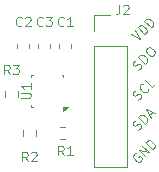
<source format=gbr>
%TF.GenerationSoftware,KiCad,Pcbnew,9.0.3*%
%TF.CreationDate,2026-01-09T14:10:27-05:00*%
%TF.ProjectId,BME280_Module,424d4532-3830-45f4-9d6f-64756c652e6b,rev?*%
%TF.SameCoordinates,Original*%
%TF.FileFunction,Legend,Top*%
%TF.FilePolarity,Positive*%
%FSLAX46Y46*%
G04 Gerber Fmt 4.6, Leading zero omitted, Abs format (unit mm)*
G04 Created by KiCad (PCBNEW 9.0.3) date 2026-01-09 14:10:27*
%MOMM*%
%LPD*%
G01*
G04 APERTURE LIST*
%ADD10C,0.100000*%
%ADD11C,0.120000*%
G04 APERTURE END LIST*
D10*
X137891803Y-87145013D02*
X138646050Y-87522137D01*
X138646050Y-87522137D02*
X138268926Y-86767890D01*
X139023173Y-87145014D02*
X138457488Y-86579328D01*
X138457488Y-86579328D02*
X138592175Y-86444641D01*
X138592175Y-86444641D02*
X138699924Y-86390766D01*
X138699924Y-86390766D02*
X138807674Y-86390766D01*
X138807674Y-86390766D02*
X138888486Y-86417704D01*
X138888486Y-86417704D02*
X139023173Y-86498516D01*
X139023173Y-86498516D02*
X139103986Y-86579328D01*
X139103986Y-86579328D02*
X139184798Y-86714015D01*
X139184798Y-86714015D02*
X139211735Y-86794827D01*
X139211735Y-86794827D02*
X139211735Y-86902577D01*
X139211735Y-86902577D02*
X139157860Y-87010327D01*
X139157860Y-87010327D02*
X139023173Y-87145014D01*
X139588859Y-86579328D02*
X139023173Y-86013643D01*
X139023173Y-86013643D02*
X139157860Y-85878956D01*
X139157860Y-85878956D02*
X139265610Y-85825081D01*
X139265610Y-85825081D02*
X139373360Y-85825081D01*
X139373360Y-85825081D02*
X139454172Y-85852018D01*
X139454172Y-85852018D02*
X139588859Y-85932830D01*
X139588859Y-85932830D02*
X139669671Y-86013643D01*
X139669671Y-86013643D02*
X139750483Y-86148330D01*
X139750483Y-86148330D02*
X139777421Y-86229142D01*
X139777421Y-86229142D02*
X139777421Y-86336892D01*
X139777421Y-86336892D02*
X139723546Y-86444641D01*
X139723546Y-86444641D02*
X139588859Y-86579328D01*
X138295864Y-97208827D02*
X138215051Y-97235765D01*
X138215051Y-97235765D02*
X138134239Y-97316577D01*
X138134239Y-97316577D02*
X138080364Y-97424326D01*
X138080364Y-97424326D02*
X138080364Y-97532076D01*
X138080364Y-97532076D02*
X138107302Y-97612888D01*
X138107302Y-97612888D02*
X138188114Y-97747575D01*
X138188114Y-97747575D02*
X138268926Y-97828387D01*
X138268926Y-97828387D02*
X138403613Y-97909200D01*
X138403613Y-97909200D02*
X138484425Y-97936137D01*
X138484425Y-97936137D02*
X138592175Y-97936137D01*
X138592175Y-97936137D02*
X138699925Y-97882262D01*
X138699925Y-97882262D02*
X138753799Y-97828387D01*
X138753799Y-97828387D02*
X138807674Y-97720638D01*
X138807674Y-97720638D02*
X138807674Y-97666763D01*
X138807674Y-97666763D02*
X138619112Y-97478201D01*
X138619112Y-97478201D02*
X138511363Y-97585951D01*
X139103986Y-97478201D02*
X138538300Y-96912516D01*
X138538300Y-96912516D02*
X139427235Y-97154952D01*
X139427235Y-97154952D02*
X138861549Y-96589267D01*
X139696608Y-96885578D02*
X139130923Y-96319893D01*
X139130923Y-96319893D02*
X139265610Y-96185206D01*
X139265610Y-96185206D02*
X139373360Y-96131331D01*
X139373360Y-96131331D02*
X139481109Y-96131331D01*
X139481109Y-96131331D02*
X139561921Y-96158269D01*
X139561921Y-96158269D02*
X139696608Y-96239081D01*
X139696608Y-96239081D02*
X139777421Y-96319893D01*
X139777421Y-96319893D02*
X139858233Y-96454580D01*
X139858233Y-96454580D02*
X139885170Y-96535392D01*
X139885170Y-96535392D02*
X139885170Y-96643142D01*
X139885170Y-96643142D02*
X139831295Y-96750891D01*
X139831295Y-96750891D02*
X139696608Y-96885578D01*
X138484425Y-90169887D02*
X138592175Y-90116012D01*
X138592175Y-90116012D02*
X138726862Y-89981325D01*
X138726862Y-89981325D02*
X138753799Y-89900513D01*
X138753799Y-89900513D02*
X138753799Y-89846638D01*
X138753799Y-89846638D02*
X138726862Y-89765826D01*
X138726862Y-89765826D02*
X138672987Y-89711951D01*
X138672987Y-89711951D02*
X138592175Y-89685013D01*
X138592175Y-89685013D02*
X138538300Y-89685013D01*
X138538300Y-89685013D02*
X138457488Y-89711951D01*
X138457488Y-89711951D02*
X138322801Y-89792763D01*
X138322801Y-89792763D02*
X138241989Y-89819700D01*
X138241989Y-89819700D02*
X138188114Y-89819700D01*
X138188114Y-89819700D02*
X138107302Y-89792763D01*
X138107302Y-89792763D02*
X138053427Y-89738888D01*
X138053427Y-89738888D02*
X138026490Y-89658076D01*
X138026490Y-89658076D02*
X138026490Y-89604201D01*
X138026490Y-89604201D02*
X138053427Y-89523389D01*
X138053427Y-89523389D02*
X138188114Y-89388702D01*
X138188114Y-89388702D02*
X138295864Y-89334827D01*
X139077048Y-89631138D02*
X138511363Y-89065453D01*
X138511363Y-89065453D02*
X138646050Y-88930766D01*
X138646050Y-88930766D02*
X138753800Y-88876891D01*
X138753800Y-88876891D02*
X138861549Y-88876891D01*
X138861549Y-88876891D02*
X138942361Y-88903829D01*
X138942361Y-88903829D02*
X139077048Y-88984641D01*
X139077048Y-88984641D02*
X139157861Y-89065453D01*
X139157861Y-89065453D02*
X139238673Y-89200140D01*
X139238673Y-89200140D02*
X139265610Y-89280952D01*
X139265610Y-89280952D02*
X139265610Y-89388702D01*
X139265610Y-89388702D02*
X139211735Y-89496451D01*
X139211735Y-89496451D02*
X139077048Y-89631138D01*
X139184798Y-88392018D02*
X139292548Y-88284268D01*
X139292548Y-88284268D02*
X139373360Y-88257331D01*
X139373360Y-88257331D02*
X139481109Y-88257331D01*
X139481109Y-88257331D02*
X139615796Y-88338143D01*
X139615796Y-88338143D02*
X139804358Y-88526705D01*
X139804358Y-88526705D02*
X139885171Y-88661392D01*
X139885171Y-88661392D02*
X139885171Y-88769142D01*
X139885171Y-88769142D02*
X139858233Y-88849954D01*
X139858233Y-88849954D02*
X139750483Y-88957703D01*
X139750483Y-88957703D02*
X139669671Y-88984641D01*
X139669671Y-88984641D02*
X139561922Y-88984641D01*
X139561922Y-88984641D02*
X139427235Y-88903829D01*
X139427235Y-88903829D02*
X139238673Y-88715267D01*
X139238673Y-88715267D02*
X139157861Y-88580580D01*
X139157861Y-88580580D02*
X139157861Y-88472830D01*
X139157861Y-88472830D02*
X139184798Y-88392018D01*
X138484425Y-95249887D02*
X138592175Y-95196012D01*
X138592175Y-95196012D02*
X138726862Y-95061325D01*
X138726862Y-95061325D02*
X138753799Y-94980513D01*
X138753799Y-94980513D02*
X138753799Y-94926638D01*
X138753799Y-94926638D02*
X138726862Y-94845826D01*
X138726862Y-94845826D02*
X138672987Y-94791951D01*
X138672987Y-94791951D02*
X138592175Y-94765013D01*
X138592175Y-94765013D02*
X138538300Y-94765013D01*
X138538300Y-94765013D02*
X138457488Y-94791951D01*
X138457488Y-94791951D02*
X138322801Y-94872763D01*
X138322801Y-94872763D02*
X138241989Y-94899700D01*
X138241989Y-94899700D02*
X138188114Y-94899700D01*
X138188114Y-94899700D02*
X138107302Y-94872763D01*
X138107302Y-94872763D02*
X138053427Y-94818888D01*
X138053427Y-94818888D02*
X138026490Y-94738076D01*
X138026490Y-94738076D02*
X138026490Y-94684201D01*
X138026490Y-94684201D02*
X138053427Y-94603389D01*
X138053427Y-94603389D02*
X138188114Y-94468702D01*
X138188114Y-94468702D02*
X138295864Y-94414827D01*
X139077048Y-94711138D02*
X138511363Y-94145453D01*
X138511363Y-94145453D02*
X138646050Y-94010766D01*
X138646050Y-94010766D02*
X138753800Y-93956891D01*
X138753800Y-93956891D02*
X138861549Y-93956891D01*
X138861549Y-93956891D02*
X138942361Y-93983829D01*
X138942361Y-93983829D02*
X139077048Y-94064641D01*
X139077048Y-94064641D02*
X139157861Y-94145453D01*
X139157861Y-94145453D02*
X139238673Y-94280140D01*
X139238673Y-94280140D02*
X139265610Y-94360952D01*
X139265610Y-94360952D02*
X139265610Y-94468702D01*
X139265610Y-94468702D02*
X139211735Y-94576451D01*
X139211735Y-94576451D02*
X139077048Y-94711138D01*
X139454172Y-94010766D02*
X139723546Y-93741392D01*
X139561922Y-94226265D02*
X139184798Y-93472018D01*
X139184798Y-93472018D02*
X139939045Y-93849142D01*
X138484425Y-92709887D02*
X138592175Y-92656012D01*
X138592175Y-92656012D02*
X138726862Y-92521325D01*
X138726862Y-92521325D02*
X138753799Y-92440513D01*
X138753799Y-92440513D02*
X138753799Y-92386638D01*
X138753799Y-92386638D02*
X138726862Y-92305826D01*
X138726862Y-92305826D02*
X138672987Y-92251951D01*
X138672987Y-92251951D02*
X138592175Y-92225013D01*
X138592175Y-92225013D02*
X138538300Y-92225013D01*
X138538300Y-92225013D02*
X138457488Y-92251951D01*
X138457488Y-92251951D02*
X138322801Y-92332763D01*
X138322801Y-92332763D02*
X138241989Y-92359700D01*
X138241989Y-92359700D02*
X138188114Y-92359700D01*
X138188114Y-92359700D02*
X138107302Y-92332763D01*
X138107302Y-92332763D02*
X138053427Y-92278888D01*
X138053427Y-92278888D02*
X138026490Y-92198076D01*
X138026490Y-92198076D02*
X138026490Y-92144201D01*
X138026490Y-92144201D02*
X138053427Y-92063389D01*
X138053427Y-92063389D02*
X138188114Y-91928702D01*
X138188114Y-91928702D02*
X138295864Y-91874827D01*
X139346422Y-91794015D02*
X139346422Y-91847890D01*
X139346422Y-91847890D02*
X139292548Y-91955639D01*
X139292548Y-91955639D02*
X139238673Y-92009514D01*
X139238673Y-92009514D02*
X139130923Y-92063389D01*
X139130923Y-92063389D02*
X139023174Y-92063389D01*
X139023174Y-92063389D02*
X138942361Y-92036451D01*
X138942361Y-92036451D02*
X138807674Y-91955639D01*
X138807674Y-91955639D02*
X138726862Y-91874827D01*
X138726862Y-91874827D02*
X138646050Y-91740140D01*
X138646050Y-91740140D02*
X138619113Y-91659328D01*
X138619113Y-91659328D02*
X138619113Y-91551578D01*
X138619113Y-91551578D02*
X138672987Y-91443829D01*
X138672987Y-91443829D02*
X138726862Y-91389954D01*
X138726862Y-91389954D02*
X138834612Y-91336079D01*
X138834612Y-91336079D02*
X138888487Y-91336079D01*
X139912108Y-91336079D02*
X139642734Y-91605453D01*
X139642734Y-91605453D02*
X139077048Y-91039768D01*
X136893333Y-84654895D02*
X136893333Y-85226323D01*
X136893333Y-85226323D02*
X136855238Y-85340609D01*
X136855238Y-85340609D02*
X136779047Y-85416800D01*
X136779047Y-85416800D02*
X136664762Y-85454895D01*
X136664762Y-85454895D02*
X136588571Y-85454895D01*
X137236190Y-84731085D02*
X137274286Y-84692990D01*
X137274286Y-84692990D02*
X137350476Y-84654895D01*
X137350476Y-84654895D02*
X137540952Y-84654895D01*
X137540952Y-84654895D02*
X137617143Y-84692990D01*
X137617143Y-84692990D02*
X137655238Y-84731085D01*
X137655238Y-84731085D02*
X137693333Y-84807276D01*
X137693333Y-84807276D02*
X137693333Y-84883466D01*
X137693333Y-84883466D02*
X137655238Y-84997752D01*
X137655238Y-84997752D02*
X137198095Y-85454895D01*
X137198095Y-85454895D02*
X137693333Y-85454895D01*
X128596895Y-92557523D02*
X129244514Y-92557523D01*
X129244514Y-92557523D02*
X129320704Y-92519428D01*
X129320704Y-92519428D02*
X129358800Y-92481333D01*
X129358800Y-92481333D02*
X129396895Y-92405142D01*
X129396895Y-92405142D02*
X129396895Y-92252761D01*
X129396895Y-92252761D02*
X129358800Y-92176571D01*
X129358800Y-92176571D02*
X129320704Y-92138476D01*
X129320704Y-92138476D02*
X129244514Y-92100380D01*
X129244514Y-92100380D02*
X128596895Y-92100380D01*
X129396895Y-91300381D02*
X129396895Y-91757524D01*
X129396895Y-91528952D02*
X128596895Y-91528952D01*
X128596895Y-91528952D02*
X128711180Y-91605143D01*
X128711180Y-91605143D02*
X128787371Y-91681333D01*
X128787371Y-91681333D02*
X128825466Y-91757524D01*
X130422667Y-86394704D02*
X130384571Y-86432800D01*
X130384571Y-86432800D02*
X130270286Y-86470895D01*
X130270286Y-86470895D02*
X130194095Y-86470895D01*
X130194095Y-86470895D02*
X130079809Y-86432800D01*
X130079809Y-86432800D02*
X130003619Y-86356609D01*
X130003619Y-86356609D02*
X129965524Y-86280419D01*
X129965524Y-86280419D02*
X129927428Y-86128038D01*
X129927428Y-86128038D02*
X129927428Y-86013752D01*
X129927428Y-86013752D02*
X129965524Y-85861371D01*
X129965524Y-85861371D02*
X130003619Y-85785180D01*
X130003619Y-85785180D02*
X130079809Y-85708990D01*
X130079809Y-85708990D02*
X130194095Y-85670895D01*
X130194095Y-85670895D02*
X130270286Y-85670895D01*
X130270286Y-85670895D02*
X130384571Y-85708990D01*
X130384571Y-85708990D02*
X130422667Y-85747085D01*
X130689333Y-85670895D02*
X131184571Y-85670895D01*
X131184571Y-85670895D02*
X130917905Y-85975657D01*
X130917905Y-85975657D02*
X131032190Y-85975657D01*
X131032190Y-85975657D02*
X131108381Y-86013752D01*
X131108381Y-86013752D02*
X131146476Y-86051847D01*
X131146476Y-86051847D02*
X131184571Y-86128038D01*
X131184571Y-86128038D02*
X131184571Y-86318514D01*
X131184571Y-86318514D02*
X131146476Y-86394704D01*
X131146476Y-86394704D02*
X131108381Y-86432800D01*
X131108381Y-86432800D02*
X131032190Y-86470895D01*
X131032190Y-86470895D02*
X130803619Y-86470895D01*
X130803619Y-86470895D02*
X130727428Y-86432800D01*
X130727428Y-86432800D02*
X130689333Y-86394704D01*
X128644667Y-86394704D02*
X128606571Y-86432800D01*
X128606571Y-86432800D02*
X128492286Y-86470895D01*
X128492286Y-86470895D02*
X128416095Y-86470895D01*
X128416095Y-86470895D02*
X128301809Y-86432800D01*
X128301809Y-86432800D02*
X128225619Y-86356609D01*
X128225619Y-86356609D02*
X128187524Y-86280419D01*
X128187524Y-86280419D02*
X128149428Y-86128038D01*
X128149428Y-86128038D02*
X128149428Y-86013752D01*
X128149428Y-86013752D02*
X128187524Y-85861371D01*
X128187524Y-85861371D02*
X128225619Y-85785180D01*
X128225619Y-85785180D02*
X128301809Y-85708990D01*
X128301809Y-85708990D02*
X128416095Y-85670895D01*
X128416095Y-85670895D02*
X128492286Y-85670895D01*
X128492286Y-85670895D02*
X128606571Y-85708990D01*
X128606571Y-85708990D02*
X128644667Y-85747085D01*
X128949428Y-85747085D02*
X128987524Y-85708990D01*
X128987524Y-85708990D02*
X129063714Y-85670895D01*
X129063714Y-85670895D02*
X129254190Y-85670895D01*
X129254190Y-85670895D02*
X129330381Y-85708990D01*
X129330381Y-85708990D02*
X129368476Y-85747085D01*
X129368476Y-85747085D02*
X129406571Y-85823276D01*
X129406571Y-85823276D02*
X129406571Y-85899466D01*
X129406571Y-85899466D02*
X129368476Y-86013752D01*
X129368476Y-86013752D02*
X128911333Y-86470895D01*
X128911333Y-86470895D02*
X129406571Y-86470895D01*
X132200667Y-86394704D02*
X132162571Y-86432800D01*
X132162571Y-86432800D02*
X132048286Y-86470895D01*
X132048286Y-86470895D02*
X131972095Y-86470895D01*
X131972095Y-86470895D02*
X131857809Y-86432800D01*
X131857809Y-86432800D02*
X131781619Y-86356609D01*
X131781619Y-86356609D02*
X131743524Y-86280419D01*
X131743524Y-86280419D02*
X131705428Y-86128038D01*
X131705428Y-86128038D02*
X131705428Y-86013752D01*
X131705428Y-86013752D02*
X131743524Y-85861371D01*
X131743524Y-85861371D02*
X131781619Y-85785180D01*
X131781619Y-85785180D02*
X131857809Y-85708990D01*
X131857809Y-85708990D02*
X131972095Y-85670895D01*
X131972095Y-85670895D02*
X132048286Y-85670895D01*
X132048286Y-85670895D02*
X132162571Y-85708990D01*
X132162571Y-85708990D02*
X132200667Y-85747085D01*
X132962571Y-86470895D02*
X132505428Y-86470895D01*
X132734000Y-86470895D02*
X132734000Y-85670895D01*
X132734000Y-85670895D02*
X132657809Y-85785180D01*
X132657809Y-85785180D02*
X132581619Y-85861371D01*
X132581619Y-85861371D02*
X132505428Y-85899466D01*
X129152667Y-97900895D02*
X128886000Y-97519942D01*
X128695524Y-97900895D02*
X128695524Y-97100895D01*
X128695524Y-97100895D02*
X129000286Y-97100895D01*
X129000286Y-97100895D02*
X129076476Y-97138990D01*
X129076476Y-97138990D02*
X129114571Y-97177085D01*
X129114571Y-97177085D02*
X129152667Y-97253276D01*
X129152667Y-97253276D02*
X129152667Y-97367561D01*
X129152667Y-97367561D02*
X129114571Y-97443752D01*
X129114571Y-97443752D02*
X129076476Y-97481847D01*
X129076476Y-97481847D02*
X129000286Y-97519942D01*
X129000286Y-97519942D02*
X128695524Y-97519942D01*
X129457428Y-97177085D02*
X129495524Y-97138990D01*
X129495524Y-97138990D02*
X129571714Y-97100895D01*
X129571714Y-97100895D02*
X129762190Y-97100895D01*
X129762190Y-97100895D02*
X129838381Y-97138990D01*
X129838381Y-97138990D02*
X129876476Y-97177085D01*
X129876476Y-97177085D02*
X129914571Y-97253276D01*
X129914571Y-97253276D02*
X129914571Y-97329466D01*
X129914571Y-97329466D02*
X129876476Y-97443752D01*
X129876476Y-97443752D02*
X129419333Y-97900895D01*
X129419333Y-97900895D02*
X129914571Y-97900895D01*
X127628667Y-90534895D02*
X127362000Y-90153942D01*
X127171524Y-90534895D02*
X127171524Y-89734895D01*
X127171524Y-89734895D02*
X127476286Y-89734895D01*
X127476286Y-89734895D02*
X127552476Y-89772990D01*
X127552476Y-89772990D02*
X127590571Y-89811085D01*
X127590571Y-89811085D02*
X127628667Y-89887276D01*
X127628667Y-89887276D02*
X127628667Y-90001561D01*
X127628667Y-90001561D02*
X127590571Y-90077752D01*
X127590571Y-90077752D02*
X127552476Y-90115847D01*
X127552476Y-90115847D02*
X127476286Y-90153942D01*
X127476286Y-90153942D02*
X127171524Y-90153942D01*
X127895333Y-89734895D02*
X128390571Y-89734895D01*
X128390571Y-89734895D02*
X128123905Y-90039657D01*
X128123905Y-90039657D02*
X128238190Y-90039657D01*
X128238190Y-90039657D02*
X128314381Y-90077752D01*
X128314381Y-90077752D02*
X128352476Y-90115847D01*
X128352476Y-90115847D02*
X128390571Y-90192038D01*
X128390571Y-90192038D02*
X128390571Y-90382514D01*
X128390571Y-90382514D02*
X128352476Y-90458704D01*
X128352476Y-90458704D02*
X128314381Y-90496800D01*
X128314381Y-90496800D02*
X128238190Y-90534895D01*
X128238190Y-90534895D02*
X128009619Y-90534895D01*
X128009619Y-90534895D02*
X127933428Y-90496800D01*
X127933428Y-90496800D02*
X127895333Y-90458704D01*
X132200667Y-97392895D02*
X131934000Y-97011942D01*
X131743524Y-97392895D02*
X131743524Y-96592895D01*
X131743524Y-96592895D02*
X132048286Y-96592895D01*
X132048286Y-96592895D02*
X132124476Y-96630990D01*
X132124476Y-96630990D02*
X132162571Y-96669085D01*
X132162571Y-96669085D02*
X132200667Y-96745276D01*
X132200667Y-96745276D02*
X132200667Y-96859561D01*
X132200667Y-96859561D02*
X132162571Y-96935752D01*
X132162571Y-96935752D02*
X132124476Y-96973847D01*
X132124476Y-96973847D02*
X132048286Y-97011942D01*
X132048286Y-97011942D02*
X131743524Y-97011942D01*
X132962571Y-97392895D02*
X132505428Y-97392895D01*
X132734000Y-97392895D02*
X132734000Y-96592895D01*
X132734000Y-96592895D02*
X132657809Y-96707180D01*
X132657809Y-96707180D02*
X132581619Y-96783371D01*
X132581619Y-96783371D02*
X132505428Y-96821466D01*
D11*
%TO.C,J2*%
X134764000Y-85488000D02*
X136144000Y-85488000D01*
X134764000Y-86868000D02*
X134764000Y-85488000D01*
X134764000Y-88138000D02*
X134764000Y-98408000D01*
X134764000Y-88138000D02*
X137524000Y-88138000D01*
X134764000Y-98408000D02*
X137524000Y-98408000D01*
X137524000Y-88138000D02*
X137524000Y-98408000D01*
D10*
%TO.C,U1*%
X129460000Y-90598000D02*
X129460000Y-90748000D01*
X129460000Y-90598000D02*
X129610000Y-90598000D01*
X129460000Y-93298000D02*
X129460000Y-93148000D01*
X129610000Y-93298000D02*
X129460000Y-93298000D01*
X132160000Y-90588000D02*
X132010000Y-90588000D01*
X132160000Y-90598000D02*
X132160000Y-90748000D01*
D11*
X132160000Y-93658000D02*
X132160000Y-93298000D01*
X132520000Y-93298000D01*
X132160000Y-93658000D01*
G36*
X132160000Y-93658000D02*
G01*
X132160000Y-93298000D01*
X132520000Y-93298000D01*
X132160000Y-93658000D01*
G37*
%TO.C,C3*%
X130046000Y-88278580D02*
X130046000Y-87997420D01*
X131066000Y-88278580D02*
X131066000Y-87997420D01*
%TO.C,C2*%
X128268000Y-88278580D02*
X128268000Y-87997420D01*
X129288000Y-88278580D02*
X129288000Y-87997420D01*
%TO.C,C1*%
X131824000Y-88278580D02*
X131824000Y-87997420D01*
X132844000Y-88278580D02*
X132844000Y-87997420D01*
%TO.C,R2*%
X128763500Y-95741258D02*
X128763500Y-95266742D01*
X129808500Y-95741258D02*
X129808500Y-95266742D01*
%TO.C,R3*%
X127239500Y-91964742D02*
X127239500Y-92439258D01*
X128284500Y-91964742D02*
X128284500Y-92439258D01*
%TO.C,R1*%
X131842742Y-94981500D02*
X132317258Y-94981500D01*
X131842742Y-96026500D02*
X132317258Y-96026500D01*
%TD*%
M02*

</source>
